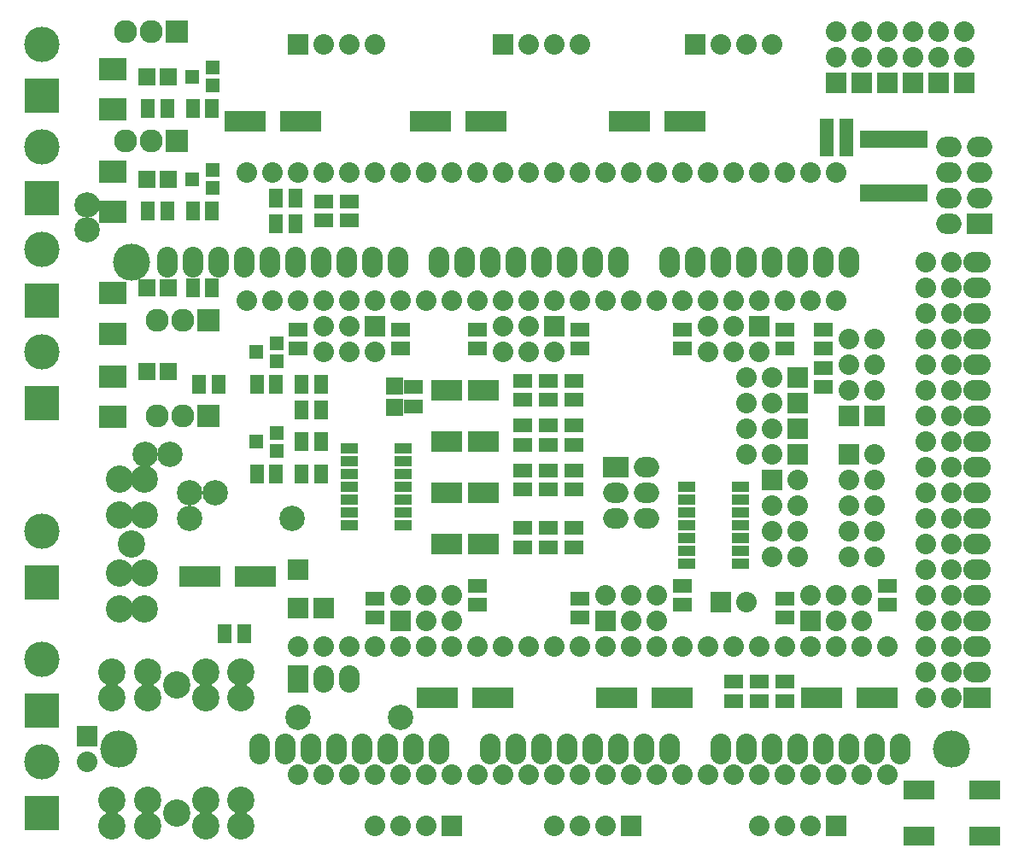
<source format=gts>
G04 (created by PCBNEW-RS274X (2012-01-19 BZR 3256)-stable) date 25/06/2013 20:59:23*
G01*
G70*
G90*
%MOIN*%
G04 Gerber Fmt 3.4, Leading zero omitted, Abs format*
%FSLAX34Y34*%
G04 APERTURE LIST*
%ADD10C,0.006000*%
%ADD11R,0.036000X0.070000*%
%ADD12R,0.075000X0.055000*%
%ADD13R,0.055000X0.075000*%
%ADD14C,0.080000*%
%ADD15R,0.080000X0.080000*%
%ADD16R,0.067200X0.067200*%
%ADD17R,0.161700X0.083000*%
%ADD18R,0.122400X0.083000*%
%ADD19R,0.106600X0.080000*%
%ADD20O,0.106600X0.080000*%
%ADD21C,0.098700*%
%ADD22C,0.090000*%
%ADD23R,0.090000X0.090000*%
%ADD24R,0.056000X0.056000*%
%ADD25O,0.080000X0.120000*%
%ADD26C,0.145000*%
%ADD27R,0.138100X0.138100*%
%ADD28C,0.138100*%
%ADD29C,0.106600*%
%ADD30R,0.080000X0.106600*%
%ADD31O,0.080000X0.106600*%
%ADD32R,0.098700X0.080000*%
%ADD33O,0.098700X0.080000*%
%ADD34R,0.106600X0.090900*%
%ADD35R,0.118400X0.075000*%
%ADD36R,0.065000X0.040000*%
G04 APERTURE END LIST*
G54D10*
G54D11*
X34000Y25700D03*
X34250Y25700D03*
X34510Y25700D03*
X34770Y25700D03*
X35020Y25700D03*
X35280Y25700D03*
X35540Y25700D03*
X35790Y25700D03*
X36050Y25700D03*
X36300Y25700D03*
X36300Y27800D03*
X36050Y27800D03*
X35790Y27800D03*
X35540Y27800D03*
X35280Y27800D03*
X35020Y27800D03*
X34770Y27800D03*
X34510Y27800D03*
X34250Y27800D03*
X34000Y27800D03*
G54D12*
X34900Y10375D03*
X34900Y09625D03*
G54D13*
X11775Y24500D03*
X11025Y24500D03*
X07775Y25000D03*
X08525Y25000D03*
G54D12*
X18900Y19625D03*
X18900Y20375D03*
X32400Y18125D03*
X32400Y18875D03*
X32400Y20375D03*
X32400Y19625D03*
X30900Y20375D03*
X30900Y19625D03*
X11900Y19625D03*
X11900Y20375D03*
X22900Y20375D03*
X22900Y19625D03*
X15900Y20375D03*
X15900Y19625D03*
X26900Y10375D03*
X26900Y09625D03*
X18900Y10375D03*
X18900Y09625D03*
X22900Y09125D03*
X22900Y09875D03*
X14900Y09125D03*
X14900Y09875D03*
X30900Y09125D03*
X30900Y09875D03*
X16400Y18125D03*
X16400Y17375D03*
G54D13*
X33275Y27500D03*
X32525Y27500D03*
X09775Y08500D03*
X09025Y08500D03*
G54D12*
X20650Y16625D03*
X20650Y15875D03*
G54D13*
X33275Y28250D03*
X32525Y28250D03*
G54D12*
X26900Y19625D03*
X26900Y20375D03*
X20650Y14875D03*
X20650Y14125D03*
X20650Y12625D03*
X20650Y11875D03*
G54D13*
X08525Y22000D03*
X07775Y22000D03*
X06775Y25000D03*
X06025Y25000D03*
X08775Y18250D03*
X08025Y18250D03*
G54D14*
X18900Y08000D03*
X17900Y08000D03*
X16900Y08000D03*
X15900Y08000D03*
X14900Y08000D03*
X13900Y08000D03*
X12900Y08000D03*
X11900Y08000D03*
X11900Y03000D03*
X12900Y03000D03*
X13900Y03000D03*
X14900Y03000D03*
X15900Y03000D03*
X16900Y03000D03*
X17900Y03000D03*
X18900Y03000D03*
X26900Y08000D03*
X25900Y08000D03*
X24900Y08000D03*
X23900Y08000D03*
X22900Y08000D03*
X21900Y08000D03*
X20900Y08000D03*
X19900Y08000D03*
X19900Y03000D03*
X20900Y03000D03*
X21900Y03000D03*
X22900Y03000D03*
X23900Y03000D03*
X24900Y03000D03*
X25900Y03000D03*
X26900Y03000D03*
X34900Y08000D03*
X33900Y08000D03*
X32900Y08000D03*
X31900Y08000D03*
X30900Y08000D03*
X29900Y08000D03*
X28900Y08000D03*
X27900Y08000D03*
X27900Y03000D03*
X28900Y03000D03*
X29900Y03000D03*
X30900Y03000D03*
X31900Y03000D03*
X32900Y03000D03*
X33900Y03000D03*
X34900Y03000D03*
X09900Y21500D03*
X10900Y21500D03*
X11900Y21500D03*
X12900Y21500D03*
X13900Y21500D03*
X14900Y21500D03*
X15900Y21500D03*
X16900Y21500D03*
X16900Y26500D03*
X15900Y26500D03*
X14900Y26500D03*
X13900Y26500D03*
X12900Y26500D03*
X11900Y26500D03*
X10900Y26500D03*
X09900Y26500D03*
X17900Y21500D03*
X18900Y21500D03*
X19900Y21500D03*
X20900Y21500D03*
X21900Y21500D03*
X22900Y21500D03*
X23900Y21500D03*
X24900Y21500D03*
X24900Y26500D03*
X23900Y26500D03*
X22900Y26500D03*
X21900Y26500D03*
X20900Y26500D03*
X19900Y26500D03*
X18900Y26500D03*
X17900Y26500D03*
G54D15*
X33400Y17000D03*
G54D14*
X33400Y18000D03*
X33400Y19000D03*
X33400Y20000D03*
G54D15*
X15900Y09000D03*
G54D14*
X15900Y10000D03*
X16900Y09000D03*
X16900Y10000D03*
X17900Y09000D03*
X17900Y10000D03*
G54D15*
X14900Y20500D03*
G54D14*
X14900Y19500D03*
X13900Y20500D03*
X13900Y19500D03*
X12900Y20500D03*
X12900Y19500D03*
G54D15*
X29900Y20500D03*
G54D14*
X29900Y19500D03*
X28900Y20500D03*
X28900Y19500D03*
X27900Y20500D03*
X27900Y19500D03*
G54D15*
X31900Y09000D03*
G54D14*
X31900Y10000D03*
X32900Y09000D03*
X32900Y10000D03*
X33900Y09000D03*
X33900Y10000D03*
G54D15*
X23900Y09000D03*
G54D14*
X23900Y10000D03*
X24900Y09000D03*
X24900Y10000D03*
X25900Y09000D03*
X25900Y10000D03*
G54D15*
X31400Y17500D03*
G54D14*
X30400Y17500D03*
X29400Y17500D03*
G54D15*
X32900Y30000D03*
G54D14*
X32900Y31000D03*
X32900Y32000D03*
G54D15*
X34900Y30000D03*
G54D14*
X34900Y31000D03*
X34900Y32000D03*
G54D15*
X35900Y30000D03*
G54D14*
X35900Y31000D03*
X35900Y32000D03*
G54D15*
X36900Y30000D03*
G54D14*
X36900Y31000D03*
X36900Y32000D03*
G54D15*
X37900Y30000D03*
G54D14*
X37900Y31000D03*
X37900Y32000D03*
G54D15*
X31400Y18500D03*
G54D14*
X30400Y18500D03*
X29400Y18500D03*
G54D15*
X33900Y30000D03*
G54D14*
X33900Y31000D03*
X33900Y32000D03*
G54D15*
X31400Y16500D03*
G54D14*
X30400Y16500D03*
X29400Y16500D03*
G54D15*
X31400Y15500D03*
G54D14*
X30400Y15500D03*
X29400Y15500D03*
G54D15*
X03650Y04500D03*
G54D14*
X03650Y03500D03*
G54D15*
X12900Y09500D03*
X11900Y11000D03*
X11900Y09500D03*
G54D16*
X06813Y22000D03*
X05987Y22000D03*
X06813Y18750D03*
X05987Y18750D03*
X06813Y26250D03*
X05987Y26250D03*
G54D17*
X34483Y06000D03*
X32317Y06000D03*
X10233Y10750D03*
X08067Y10750D03*
X17067Y28500D03*
X19233Y28500D03*
X09817Y28500D03*
X11983Y28500D03*
X26483Y06000D03*
X24317Y06000D03*
X19483Y06000D03*
X17317Y06000D03*
G54D15*
X33400Y15500D03*
G54D14*
X34400Y15500D03*
X33400Y14500D03*
X34400Y14500D03*
X33400Y13500D03*
X34400Y13500D03*
X33400Y12500D03*
X34400Y12500D03*
X33400Y11500D03*
X34400Y11500D03*
G54D15*
X30400Y14500D03*
G54D14*
X31400Y14500D03*
X30400Y13500D03*
X31400Y13500D03*
X30400Y12500D03*
X31400Y12500D03*
X30400Y11500D03*
X31400Y11500D03*
G54D15*
X34400Y17000D03*
G54D14*
X34400Y18000D03*
X34400Y19000D03*
X34400Y20000D03*
G54D18*
X19109Y12000D03*
X17691Y12000D03*
X19109Y16000D03*
X17691Y16000D03*
X19109Y14000D03*
X17691Y14000D03*
G54D19*
X38400Y06000D03*
G54D20*
X38400Y07000D03*
X38400Y08000D03*
X38400Y09000D03*
X38400Y10000D03*
X38400Y11000D03*
X38400Y12000D03*
X38400Y13000D03*
X38400Y14000D03*
X38400Y15000D03*
X38400Y16000D03*
X38400Y17000D03*
X38400Y18000D03*
X38400Y19000D03*
X38400Y20000D03*
X38400Y21000D03*
X38400Y22000D03*
X38400Y23000D03*
G54D21*
X07650Y13000D03*
X11650Y13000D03*
X11900Y05250D03*
X15900Y05250D03*
G54D22*
X07400Y17000D03*
X06400Y17000D03*
G54D23*
X08400Y17000D03*
G54D22*
X06150Y27750D03*
X05150Y27750D03*
G54D23*
X07150Y27750D03*
G54D22*
X07400Y20750D03*
X06400Y20750D03*
G54D23*
X08400Y20750D03*
G54D24*
X08550Y26600D03*
X08550Y25900D03*
X07750Y26250D03*
G54D25*
X26400Y23000D03*
X27400Y23000D03*
X28400Y23000D03*
X29400Y23000D03*
X30400Y23000D03*
X31400Y23000D03*
X32400Y23000D03*
X33400Y23000D03*
X35400Y04000D03*
X34400Y04000D03*
X33400Y04000D03*
X32400Y04000D03*
X28400Y04000D03*
X26400Y04000D03*
X25400Y04000D03*
X29400Y04000D03*
X30400Y04000D03*
X31400Y04000D03*
X24400Y04000D03*
X23400Y04000D03*
X22400Y04000D03*
X19400Y04000D03*
X20400Y04000D03*
X21400Y04000D03*
X17400Y04000D03*
X16400Y04000D03*
X15400Y04000D03*
X13400Y04000D03*
X12400Y04000D03*
X24400Y23000D03*
X23400Y23000D03*
X22400Y23000D03*
X21400Y23000D03*
X20400Y23000D03*
X19400Y23000D03*
X18400Y23000D03*
X17400Y23000D03*
X15800Y23000D03*
X14800Y23000D03*
X13800Y23000D03*
X12800Y23000D03*
X11800Y23000D03*
X10800Y23000D03*
X09800Y23000D03*
X08800Y23000D03*
X14400Y04000D03*
G54D26*
X37400Y04000D03*
X05400Y23000D03*
X04900Y04000D03*
G54D14*
X36400Y22000D03*
X37400Y22000D03*
X36400Y21000D03*
X37400Y21000D03*
X36400Y20000D03*
X37400Y20000D03*
X36400Y19000D03*
X37400Y19000D03*
X36400Y23000D03*
X37400Y23000D03*
X37400Y18000D03*
X36400Y18000D03*
X36400Y17000D03*
X37400Y17000D03*
X36400Y16000D03*
X37400Y16000D03*
X36400Y15000D03*
X37400Y15000D03*
X36400Y14000D03*
X37400Y14000D03*
X36400Y13000D03*
X37400Y13000D03*
X36400Y12000D03*
X37400Y12000D03*
X36400Y11000D03*
X37400Y11000D03*
X36400Y10000D03*
X37400Y10000D03*
X36400Y09000D03*
X37400Y09000D03*
X36400Y08000D03*
X37400Y08000D03*
X36400Y07000D03*
X37400Y07000D03*
X36400Y06000D03*
X37400Y06000D03*
G54D25*
X07800Y23000D03*
X06800Y23000D03*
X11400Y04000D03*
X10400Y04000D03*
G54D16*
X15650Y17337D03*
X15650Y18163D03*
G54D12*
X29900Y06625D03*
X29900Y05875D03*
G54D22*
X06150Y32000D03*
X05150Y32000D03*
G54D23*
X07150Y32000D03*
G54D24*
X08550Y30600D03*
X08550Y29900D03*
X07750Y30250D03*
G54D13*
X11775Y25500D03*
X11025Y25500D03*
X07775Y29000D03*
X08525Y29000D03*
X06775Y29000D03*
X06025Y29000D03*
G54D27*
X01900Y05500D03*
G54D28*
X01900Y07500D03*
G54D27*
X01900Y29500D03*
G54D28*
X01900Y31500D03*
G54D16*
X06813Y30250D03*
X05987Y30250D03*
G54D15*
X17900Y01000D03*
G54D14*
X16900Y01000D03*
X15900Y01000D03*
X14900Y01000D03*
G54D15*
X24900Y01000D03*
G54D14*
X23900Y01000D03*
X22900Y01000D03*
X21900Y01000D03*
G54D15*
X32900Y01000D03*
G54D14*
X31900Y01000D03*
X30900Y01000D03*
X29900Y01000D03*
G54D15*
X11900Y31500D03*
G54D14*
X12900Y31500D03*
X13900Y31500D03*
X14900Y31500D03*
G54D29*
X08292Y01992D03*
X06008Y01992D03*
X06008Y01008D03*
X04630Y01992D03*
X04630Y01008D03*
X08292Y01008D03*
X09670Y01008D03*
X09670Y01992D03*
X07150Y01500D03*
X08292Y06992D03*
X06008Y06992D03*
X06008Y06008D03*
X04630Y06992D03*
X04630Y06008D03*
X08292Y06008D03*
X09670Y06008D03*
X09670Y06992D03*
X07150Y06500D03*
X04908Y13142D03*
X04908Y10858D03*
X05892Y10858D03*
X04908Y09480D03*
X05892Y09480D03*
X05892Y13142D03*
X05892Y14520D03*
X04908Y14520D03*
X05400Y12000D03*
G54D12*
X20650Y18375D03*
X20650Y17625D03*
G54D30*
X11900Y06750D03*
G54D31*
X12900Y06750D03*
X13900Y06750D03*
G54D18*
X19109Y18000D03*
X17691Y18000D03*
G54D32*
X38498Y24500D03*
G54D33*
X37302Y24500D03*
X38498Y25500D03*
X37302Y25500D03*
X38498Y26500D03*
X37302Y26500D03*
X38498Y27500D03*
X37302Y27500D03*
G54D12*
X21650Y17625D03*
X21650Y18375D03*
X21650Y15875D03*
X21650Y16625D03*
X21650Y11875D03*
X21650Y12625D03*
X21650Y14125D03*
X21650Y14875D03*
X13900Y25375D03*
X13900Y24625D03*
X12900Y25375D03*
X12900Y24625D03*
X22650Y18375D03*
X22650Y17625D03*
X22650Y16625D03*
X22650Y15875D03*
X22650Y12625D03*
X22650Y11875D03*
X22650Y14875D03*
X22650Y14125D03*
G54D34*
X04650Y18540D03*
X04650Y16960D03*
X04650Y21790D03*
X04650Y20210D03*
X04650Y26540D03*
X04650Y24960D03*
X04650Y30540D03*
X04650Y28960D03*
G54D27*
X01900Y21500D03*
G54D28*
X01900Y23500D03*
G54D27*
X01900Y17500D03*
G54D28*
X01900Y19500D03*
G54D27*
X01900Y25500D03*
G54D28*
X01900Y27500D03*
G54D27*
X01900Y01500D03*
G54D28*
X01900Y03500D03*
G54D27*
X01900Y10500D03*
G54D28*
X01900Y12500D03*
G54D35*
X36121Y00614D03*
X36121Y02386D03*
X38680Y00614D03*
X38680Y02386D03*
G54D21*
X08642Y14000D03*
X07658Y14000D03*
X03650Y25242D03*
X03650Y24258D03*
X05908Y15500D03*
X06892Y15500D03*
G54D24*
X11050Y16350D03*
X11050Y15650D03*
X10250Y16000D03*
X11050Y19850D03*
X11050Y19150D03*
X10250Y19500D03*
G54D36*
X27050Y14250D03*
X27050Y13750D03*
X27050Y13250D03*
X27050Y12750D03*
X27050Y12250D03*
X27050Y11750D03*
X27050Y11250D03*
X29150Y11250D03*
X29150Y11750D03*
X29150Y12250D03*
X29150Y12750D03*
X29150Y13250D03*
X29150Y13750D03*
X29150Y14250D03*
X16000Y12750D03*
X16000Y13250D03*
X16000Y13750D03*
X16000Y14250D03*
X16000Y14750D03*
X16000Y15250D03*
X16000Y15750D03*
X13900Y15750D03*
X13900Y15250D03*
X13900Y14750D03*
X13900Y14250D03*
X13900Y13750D03*
X13900Y13250D03*
X13900Y12750D03*
G54D12*
X30900Y05875D03*
X30900Y06625D03*
X28900Y05875D03*
X28900Y06625D03*
G54D13*
X12025Y16000D03*
X12775Y16000D03*
X12025Y17250D03*
X12775Y17250D03*
X12775Y14750D03*
X12025Y14750D03*
X12775Y18250D03*
X12025Y18250D03*
X10275Y14750D03*
X11025Y14750D03*
X10275Y18250D03*
X11025Y18250D03*
G54D15*
X28400Y09750D03*
G54D14*
X29400Y09750D03*
G54D15*
X19900Y31500D03*
G54D14*
X20900Y31500D03*
X21900Y31500D03*
X22900Y31500D03*
G54D15*
X27400Y31500D03*
G54D14*
X28400Y31500D03*
X29400Y31500D03*
X30400Y31500D03*
G54D17*
X24817Y28500D03*
X26983Y28500D03*
G54D14*
X25900Y21500D03*
X26900Y21500D03*
X27900Y21500D03*
X28900Y21500D03*
X29900Y21500D03*
X30900Y21500D03*
X31900Y21500D03*
X32900Y21500D03*
X32900Y26500D03*
X31900Y26500D03*
X30900Y26500D03*
X29900Y26500D03*
X28900Y26500D03*
X27900Y26500D03*
X26900Y26500D03*
X25900Y26500D03*
G54D15*
X21900Y20500D03*
G54D14*
X21900Y19500D03*
X20900Y20500D03*
X20900Y19500D03*
X19900Y20500D03*
X19900Y19500D03*
G54D32*
X24302Y15000D03*
G54D33*
X25498Y15000D03*
X24302Y14000D03*
X25498Y14000D03*
X24302Y13000D03*
X25498Y13000D03*
M02*

</source>
